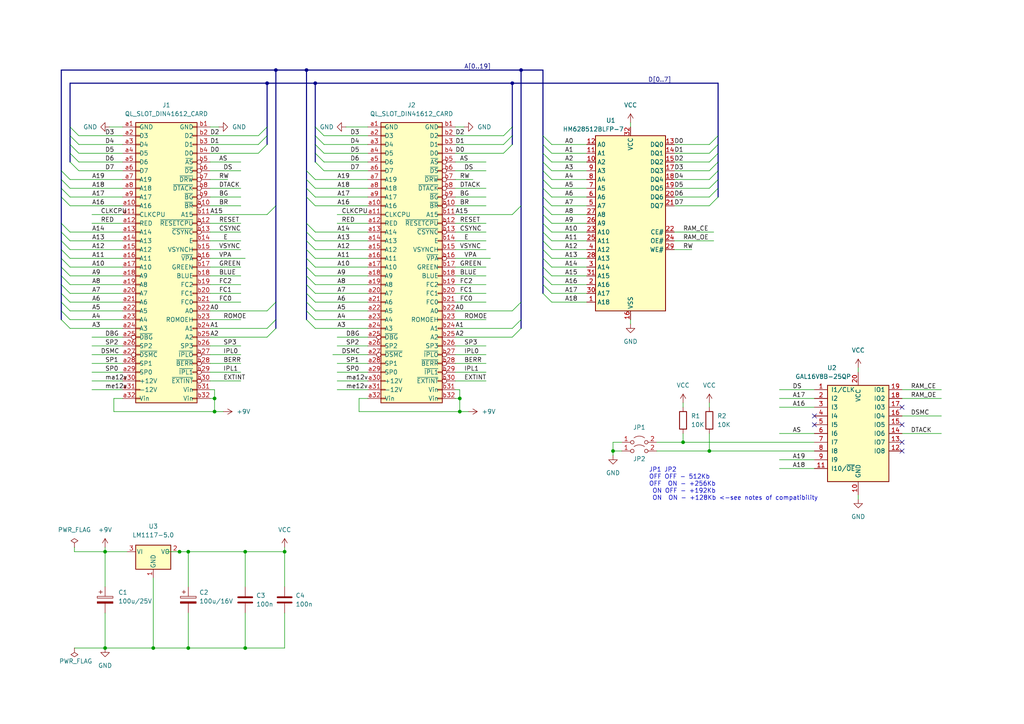
<source format=kicad_sch>
(kicad_sch (version 20231120) (generator "eeschema") (generator_version "8.0")
  (paper "A4")
  (title_block (title "External Expansion 512Kb memory for Sinclair QL") (date "2023-12-26") (rev "0,2") (company "(C) 2022 Alvaro Alea Fdz") (comment 1 "https://ohwr.org/cern_ohl_s_v2.txt") (comment 2 "CERN Open Hardware Licence Version 2 - Strongly Reciprocal") (comment 3 "Under License"))
  (lib_symbols
    (symbol "8bits:QL_SLOT_DIN41612" (pin_names (offset 1.016))
      (property "Reference" "J" (at 1.27 40.64 0))
      (property "Value" "QL_SLOT_DIN41612" (at 1.27 -43.18 0))
      (symbol "QL_SLOT_DIN41612_1_1"
        (rectangle (start -8.89 -40.513) (end -7.62 -40.767) (stroke (width 0.1524)))
        (rectangle (start -8.89 -37.973) (end -7.62 -38.227) (stroke (width 0.1524)))
        (rectangle (start -8.89 -35.433) (end -7.62 -35.687) (stroke (width 0.1524)))
        (rectangle (start -8.89 -32.893) (end -7.62 -33.147) (stroke (width 0.1524)))
        (rectangle (start -8.89 -30.353) (end -7.62 -30.607) (stroke (width 0.1524)))
        (rectangle (start -8.89 -27.813) (end -7.62 -28.067) (stroke (width 0.1524)))
        (rectangle (start -8.89 -25.273) (end -7.62 -25.527) (stroke (width 0.1524)))
        (rectangle (start -8.89 -22.733) (end -7.62 -22.987) (stroke (width 0.1524)))
        (rectangle (start -8.89 -20.193) (end -7.62 -20.447) (stroke (width 0.1524)))
        (rectangle (start -8.89 -17.653) (end -7.62 -17.907) (stroke (width 0.1524)))
        (rectangle (start -8.89 -15.113) (end -7.62 -15.367) (stroke (width 0.1524)))
        (rectangle (start -8.89 -12.573) (end -7.62 -12.827) (stroke (width 0.1524)))
        (rectangle (start -8.89 -10.033) (end -7.62 -10.287) (stroke (width 0.1524)))
        (rectangle (start -8.89 -7.493) (end -7.62 -7.747) (stroke (width 0.1524)))
        (rectangle (start -8.89 -4.953) (end -7.62 -5.207) (stroke (width 0.1524)))
        (rectangle (start -8.89 -2.413) (end -7.62 -2.667) (stroke (width 0.1524)))
        (rectangle (start -8.89 0.127) (end -7.62 -0.127) (stroke (width 0.1524)))
        (rectangle (start -8.89 2.667) (end -7.62 2.413) (stroke (width 0.1524)))
        (rectangle (start -8.89 5.207) (end -7.62 4.953) (stroke (width 0.1524)))
        (rectangle (start -8.89 7.747) (end -7.62 7.493) (stroke (width 0.1524)))
        (rectangle (start -8.89 10.287) (end -7.62 10.033) (stroke (width 0.1524)))
        (rectangle (start -8.89 12.827) (end -7.62 12.573) (stroke (width 0.1524)))
        (rectangle (start -8.89 15.367) (end -7.62 15.113) (stroke (width 0.1524)))
        (rectangle (start -8.89 17.907) (end -7.62 17.653) (stroke (width 0.1524)))
        (rectangle (start -8.89 20.447) (end -7.62 20.193) (stroke (width 0.1524)))
        (rectangle (start -8.89 22.987) (end -7.62 22.733) (stroke (width 0.1524)))
        (rectangle (start -8.89 25.527) (end -7.62 25.273) (stroke (width 0.1524)))
        (rectangle (start -8.89 28.067) (end -7.62 27.813) (stroke (width 0.1524)))
        (rectangle (start -8.89 30.607) (end -7.62 30.353) (stroke (width 0.1524)))
        (rectangle (start -8.89 33.147) (end -7.62 32.893) (stroke (width 0.1524)))
        (rectangle (start -8.89 35.687) (end -7.62 35.433) (stroke (width 0.1524)))
        (rectangle (start -8.89 38.227) (end -7.62 37.973) (stroke (width 0.1524)))
        (rectangle (start -8.89 39.37) (end 8.89 -41.91) (stroke (width 0.254)) (fill (type background)))
        (rectangle (start 8.89 -40.513) (end 7.62 -40.767) (stroke (width 0.1524)))
        (rectangle (start 8.89 -37.973) (end 7.62 -38.227) (stroke (width 0.1524)))
        (rectangle (start 8.89 -35.433) (end 7.62 -35.687) (stroke (width 0.1524)))
        (rectangle (start 8.89 -32.893) (end 7.62 -33.147) (stroke (width 0.1524)))
        (rectangle (start 8.89 -30.353) (end 7.62 -30.607) (stroke (width 0.1524)))
        (rectangle (start 8.89 -27.813) (end 7.62 -28.067) (stroke (width 0.1524)))
        (rectangle (start 8.89 -25.273) (end 7.62 -25.527) (stroke (width 0.1524)))
        (rectangle (start 8.89 -22.733) (end 7.62 -22.987) (stroke (width 0.1524)))
        (rectangle (start 8.89 -20.193) (end 7.62 -20.447) (stroke (width 0.1524)))
        (rectangle (start 8.89 -17.653) (end 7.62 -17.907) (stroke (width 0.1524)))
        (rectangle (start 8.89 -15.113) (end 7.62 -15.367) (stroke (width 0.1524)))
        (rectangle (start 8.89 -12.573) (end 7.62 -12.827) (stroke (width 0.1524)))
        (rectangle (start 8.89 -10.033) (end 7.62 -10.287) (stroke (width 0.1524)))
        (rectangle (start 8.89 -7.493) (end 7.62 -7.747) (stroke (width 0.1524)))
        (rectangle (start 8.89 -4.953) (end 7.62 -5.207) (stroke (width 0.1524)))
        (rectangle (start 8.89 -2.413) (end 7.62 -2.667) (stroke (width 0.1524)))
        (rectangle (start 8.89 0.127) (end 7.62 -0.127) (stroke (width 0.1524)))
        (rectangle (start 8.89 2.667) (end 7.62 2.413) (stroke (width 0.1524)))
        (rectangle (start 8.89 5.207) (end 7.62 4.953) (stroke (width 0.1524)))
        (rectangle (start 8.89 7.747) (end 7.62 7.493) (stroke (width 0.1524)))
        (rectangle (start 8.89 10.287) (end 7.62 10.033) (stroke (width 0.1524)))
        (rectangle (start 8.89 12.827) (end 7.62 12.573) (stroke (width 0.1524)))
        (rectangle (start 8.89 15.367) (end 7.62 15.113) (stroke (width 0.1524)))
        (rectangle (start 8.89 17.907) (end 7.62 17.653) (stroke (width 0.1524)))
        (rectangle (start 8.89 20.447) (end 7.62 20.193) (stroke (width 0.1524)))
        (rectangle (start 8.89 22.987) (end 7.62 22.733) (stroke (width 0.1524)))
        (rectangle (start 8.89 25.527) (end 7.62 25.273) (stroke (width 0.1524)))
        (rectangle (start 8.89 28.067) (end 7.62 27.813) (stroke (width 0.1524)))
        (rectangle (start 8.89 30.607) (end 7.62 30.353) (stroke (width 0.1524)))
        (rectangle (start 8.89 33.147) (end 7.62 32.893) (stroke (width 0.1524)))
        (rectangle (start 8.89 35.687) (end 7.62 35.433) (stroke (width 0.1524)))
        (rectangle (start 8.89 38.227) (end 7.62 37.973) (stroke (width 0.1524)))
        (pin passive line (at -12.7 38.1 0) (length 3.81) (name "GND") (number "a1"))
        (pin passive line (at -12.7 15.24 0) (length 3.81) (name "A16") (number "a10"))
        (pin passive line (at -12.7 12.7 0) (length 3.81) (name "CLKCPU") (number "a11"))
        (pin passive line (at -12.7 10.16 0) (length 3.81) (name "RED") (number "a12"))
        (pin passive line (at -12.7 7.62 0) (length 3.81) (name "A14") (number "a13"))
        (pin passive line (at -12.7 5.08 0) (length 3.81) (name "A13") (number "a14"))
        (pin passive line (at -12.7 2.54 0) (length 3.81) (name "A12") (number "a15"))
        (pin passive line (at -12.7 0 0) (length 3.81) (name "A11") (number "a16"))
        (pin passive line (at -12.7 -2.54 0) (length 3.81) (name "A10") (number "a17"))
        (pin passive line (at -12.7 -5.08 0) (length 3.81) (name "A9") (number "a18"))
        (pin passive line (at -12.7 -7.62 0) (length 3.81) (name "A8") (number "a19"))
        (pin bidirectional line (at -12.7 35.56 0) (length 3.81) (name "D3") (number "a2"))
        (pin passive line (at -12.7 -10.16 0) (length 3.81) (name "A7") (number "a20"))
        (pin passive line (at -12.7 -12.7 0) (length 3.81) (name "A6") (number "a21"))
        (pin passive line (at -12.7 -15.24 0) (length 3.81) (name "A5") (number "a22"))
        (pin passive line (at -12.7 -17.78 0) (length 3.81) (name "A4") (number "a23"))
        (pin passive line (at -12.7 -20.32 0) (length 3.81) (name "A3") (number "a24"))
        (pin passive inverted (at -12.7 -22.86 0) (length 3.81) (name "~{DBG}") (number "a25"))
        (pin passive line (at -12.7 -25.4 0) (length 3.81) (name "SP2") (number "a26"))
        (pin passive inverted (at -12.7 -27.94 0) (length 3.81) (name "~{DSMC}") (number "a27"))
        (pin passive line (at -12.7 -30.48 0) (length 3.81) (name "SP1") (number "a28"))
        (pin passive line (at -12.7 -33.02 0) (length 3.81) (name "SP0") (number "a29"))
        (pin bidirectional line (at -12.7 33.02 0) (length 3.81) (name "D4") (number "a3"))
        (pin passive line (at -12.7 -35.56 0) (length 3.81) (name "+12V") (number "a30"))
        (pin passive line (at -12.7 -38.1 0) (length 3.81) (name "-12V") (number "a31"))
        (pin passive line (at -12.7 -40.64 0) (length 3.81) (name "Vin") (number "a32"))
        (pin bidirectional line (at -12.7 30.48 0) (length 3.81) (name "D5") (number "a4"))
        (pin bidirectional line (at -12.7 27.94 0) (length 3.81) (name "D6") (number "a5"))
        (pin bidirectional line (at -12.7 25.4 0) (length 3.81) (name "D7") (number "a6"))
        (pin passive line (at -12.7 22.86 0) (length 3.81) (name "A19") (number "a7"))
        (pin passive line (at -12.7 20.32 0) (length 3.81) (name "A18") (number "a8"))
        (pin passive line (at -12.7 17.78 0) (length 3.81) (name "A17") (number "a9"))
        (pin passive line (at 12.7 38.1 180) (length 3.81) (name "GND") (number "b1"))
        (pin passive inverted (at 12.7 15.24 180) (length 3.81) (name "~{BR}") (number "b10"))
        (pin passive line (at 12.7 12.7 180) (length 3.81) (name "A15") (number "b11"))
        (pin passive inverted (at 12.7 10.16 180) (length 3.81) (name "~{RESETCPU}") (number "b12"))
        (pin passive inverted (at 12.7 7.62 180) (length 3.81) (name "~{CSYNC}") (number "b13"))
        (pin passive line (at 12.7 5.08 180) (length 3.81) (name "E") (number "b14"))
        (pin passive line (at 12.7 2.54 180) (length 3.81) (name "VSYNCH") (number "b15"))
        (pin passive inverted (at 12.7 0 180) (length 3.81) (name "~{VPA}") (number "b16"))
        (pin passive line (at 12.7 -2.54 180) (length 3.81) (name "GREEN") (number "b17"))
        (pin passive line (at 12.7 -5.08 180) (length 3.81) (name "BLUE") (number "b18"))
        (pin passive line (at 12.7 -7.62 180) (length 3.81) (name "FC2") (number "b19"))
        (pin bidirectional line (at 12.7 35.56 180) (length 3.81) (name "D2") (number "b2"))
        (pin passive line (at 12.7 -10.16 180) (length 3.81) (name "FC1") (number "b20"))
        (pin passive line (at 12.7 -12.7 180) (length 3.81) (name "FC0") (number "b21"))
        (pin passive line (at 12.7 -15.24 180) (length 3.81) (name "A0") (number "b22"))
        (pin passive line (at 12.7 -17.78 180) (length 3.81) (name "ROMOEH") (number "b23"))
        (pin passive line (at 12.7 -20.32 180) (length 3.81) (name "A1") (number "b24"))
        (pin passive line (at 12.7 -22.86 180) (length 3.81) (name "A2") (number "b25"))
        (pin passive line (at 12.7 -25.4 180) (length 3.81) (name "SP3") (number "b26"))
        (pin passive inverted (at 12.7 -27.94 180) (length 3.81) (name "~{IPLO}") (number "b27"))
        (pin passive inverted (at 12.7 -30.48 180) (length 3.81) (name "~{BERR}") (number "b28"))
        (pin passive inverted (at 12.7 -33.02 180) (length 3.81) (name "~{IPL1}") (number "b29"))
        (pin bidirectional line (at 12.7 33.02 180) (length 3.81) (name "D1") (number "b3"))
        (pin passive inverted (at 12.7 -35.56 180) (length 3.81) (name "~{EXTINT}") (number "b30"))
        (pin passive line (at 12.7 -38.1 180) (length 3.81) (name "Vin") (number "b31"))
        (pin passive line (at 12.7 -40.64 180) (length 3.81) (name "Vin") (number "b32"))
        (pin bidirectional line (at 12.7 30.48 180) (length 3.81) (name "D0") (number "b4"))
        (pin passive inverted (at 12.7 27.94 180) (length 3.81) (name "~{AS}") (number "b5"))
        (pin passive inverted (at 12.7 25.4 180) (length 3.81) (name "~{DS}") (number "b6"))
        (pin passive inverted (at 12.7 22.86 180) (length 3.81) (name "~{DRW}") (number "b7"))
        (pin passive inverted (at 12.7 20.32 180) (length 3.81) (name "~{DTACK}") (number "b8"))
        (pin passive inverted (at 12.7 17.78 180) (length 3.81) (name "~{BG}") (number "b9"))
      )
    )
    (symbol "Device:C" (pin_numbers hide) (pin_names (offset 0.254))
      (property "Reference" "C" (at 0.635 2.54 0))
      (property "Value" "C" (at 0.635 -2.54 0))
      (symbol "C_0_1"
        (polyline (pts (xy -2.032 -0.762) (xy 2.032 -0.762)) (stroke (width 0.508)))
        (polyline (pts (xy -2.032 0.762) (xy 2.032 0.762)) (stroke (width 0.508)))
      )
      (symbol "C_1_1"
        (pin passive line (at 0 3.81 270) (length 2.794) (name "~") (number "1"))
        (pin passive line (at 0 -3.81 90) (length 2.794) (name "~") (number "2"))
      )
    )
    (symbol "Device:C_Polarized" (pin_numbers hide) (pin_names (offset 0.254))
      (property "Reference" "C" (at 0.635 2.54 0))
      (property "Value" "C_Polarized" (at 0.635 -2.54 0))
      (symbol "C_Polarized_0_1"
        (rectangle (start -2.286 0.508) (end 2.286 1.016))
        (polyline (pts (xy -1.778 2.286) (xy -0.762 2.286)))
        (polyline (pts (xy -1.27 2.794) (xy -1.27 1.778)))
        (rectangle (start 2.286 -0.508) (end -2.286 -1.016) (fill (type outline)))
      )
      (symbol "C_Polarized_1_1"
        (pin passive line (at 0 3.81 270) (length 2.794) (name "~") (number "1"))
        (pin passive line (at 0 -3.81 90) (length 2.794) (name "~") (number "2"))
      )
    )
    (symbol "Device:R" (pin_numbers hide) (pin_names (offset 0))
      (property "Reference" "R" (at 2.032 0 90))
      (property "Value" "R" (at 0 0 90))
      (symbol "R_0_1"
        (rectangle (start -1.016 -2.54) (end 1.016 2.54) (stroke (width 0.254)))
      )
      (symbol "R_1_1"
        (pin passive line (at 0 3.81 270) (length 1.27) (name "~") (number "1"))
        (pin passive line (at 0 -3.81 90) (length 1.27) (name "~") (number "2"))
      )
    )
    (symbol "Jumper:Jumper_2_Open" (pin_names (offset 0) hide)
      (property "Reference" "JP" (at 0 2.794 0))
      (property "Value" "Jumper_2_Open" (at 0 -2.286 0))
      (symbol "Jumper_2_Open_0_0"
        (circle (center -2.032 0) (radius 0.508))
        (circle (center 2.032 0) (radius 0.508))
      )
      (symbol "Jumper_2_Open_0_1"
        (arc (start 1.524 1.27) (mid 0 1.778) (end -1.524 1.27))
      )
      (symbol "Jumper_2_Open_1_1"
        (pin passive line (at -5.08 0 0) (length 2.54) (name "A") (number "1"))
        (pin passive line (at 5.08 0 180) (length 2.54) (name "B") (number "2"))
      )
    )
    (symbol "Logic_Programmable:GAL16V8" (pin_names (offset 1.016))
      (property "Reference" "U" (at -8.89 16.51 0))
      (property "Value" "GAL16V8" (at 1.27 16.51 0))
      (symbol "GAL16V8_0_0"
        (pin power_in line (at 0 -17.78 90) (length 3.81) (name "GND") (number "10"))
        (pin power_in line (at 0 17.78 270) (length 3.81) (name "VCC") (number "20"))
      )
      (symbol "GAL16V8_0_1"
        (rectangle (start -8.89 13.97) (end 8.89 -13.97) (stroke (width 0.254)) (fill (type background)))
      )
      (symbol "GAL16V8_1_1"
        (pin input line (at -12.7 12.7 0) (length 3.81) (name "I1/CLK") (number "1"))
        (pin input line (at -12.7 -10.16 0) (length 3.81) (name "I10/~{OE}") (number "11"))
        (pin tri_state line (at 12.7 -5.08 180) (length 3.81) (name "IO8") (number "12"))
        (pin tri_state line (at 12.7 -2.54 180) (length 3.81) (name "IO7") (number "13"))
        (pin tri_state line (at 12.7 0 180) (length 3.81) (name "IO6") (number "14"))
        (pin tri_state line (at 12.7 2.54 180) (length 3.81) (name "IO5") (number "15"))
        (pin tri_state line (at 12.7 5.08 180) (length 3.81) (name "IO4") (number "16"))
        (pin tri_state line (at 12.7 7.62 180) (length 3.81) (name "I03") (number "17"))
        (pin tri_state line (at 12.7 10.16 180) (length 3.81) (name "IO2") (number "18"))
        (pin tri_state line (at 12.7 12.7 180) (length 3.81) (name "IO1") (number "19"))
        (pin input line (at -12.7 10.16 0) (length 3.81) (name "I2") (number "2"))
        (pin input line (at -12.7 7.62 0) (length 3.81) (name "I3") (number "3"))
        (pin input line (at -12.7 5.08 0) (length 3.81) (name "I4") (number "4"))
        (pin input line (at -12.7 2.54 0) (length 3.81) (name "I5") (number "5"))
        (pin input line (at -12.7 0 0) (length 3.81) (name "I6") (number "6"))
        (pin input line (at -12.7 -2.54 0) (length 3.81) (name "I7") (number "7"))
        (pin input line (at -12.7 -5.08 0) (length 3.81) (name "I8") (number "8"))
        (pin input line (at -12.7 -7.62 0) (length 3.81) (name "I9") (number "9"))
      )
    )
    (symbol "Memory_RAM:AS6C4008-55PCN"
      (property "Reference" "U" (at -10.16 26.035 0))
      (property "Value" "AS6C4008-55PCN" (at 2.54 26.035 0))
      (symbol "AS6C4008-55PCN_0_0"
        (pin power_in line (at 0 -27.94 90) (length 2.54) (name "VSS") (number "16"))
        (pin power_in line (at 0 27.94 270) (length 2.54) (name "VCC") (number "32"))
      )
      (symbol "AS6C4008-55PCN_0_1"
        (rectangle (start -10.16 25.4) (end 10.16 -25.4) (stroke (width 0.254)) (fill (type background)))
      )
      (symbol "AS6C4008-55PCN_1_1"
        (pin input line (at -12.7 -22.86 0) (length 2.54) (name "A18") (number "1"))
        (pin input line (at -12.7 17.78 0) (length 2.54) (name "A2") (number "10"))
        (pin input line (at -12.7 20.32 0) (length 2.54) (name "A1") (number "11"))
        (pin input line (at -12.7 22.86 0) (length 2.54) (name "A0") (number "12"))
        (pin tri_state line (at 12.7 22.86 180) (length 2.54) (name "DQ0") (number "13"))
        (pin tri_state line (at 12.7 20.32 180) (length 2.54) (name "DQ1") (number "14"))
        (pin tri_state line (at 12.7 17.78 180) (length 2.54) (name "DQ2") (number "15"))
        (pin tri_state line (at 12.7 15.24 180) (length 2.54) (name "DQ3") (number "17"))
        (pin tri_state line (at 12.7 12.7 180) (length 2.54) (name "DQ4") (number "18"))
        (pin tri_state line (at 12.7 10.16 180) (length 2.54) (name "DQ5") (number "19"))
        (pin input line (at -12.7 -17.78 0) (length 2.54) (name "A16") (number "2"))
        (pin tri_state line (at 12.7 7.62 180) (length 2.54) (name "DQ6") (number "20"))
        (pin tri_state line (at 12.7 5.08 180) (length 2.54) (name "DQ7") (number "21"))
        (pin input line (at 12.7 -2.54 180) (length 2.54) (name "CE#") (number "22"))
        (pin input line (at -12.7 -2.54 0) (length 2.54) (name "A10") (number "23"))
        (pin input line (at 12.7 -5.08 180) (length 2.54) (name "OE#") (number "24"))
        (pin input line (at -12.7 -5.08 0) (length 2.54) (name "A11") (number "25"))
        (pin input line (at -12.7 0 0) (length 2.54) (name "A9") (number "26"))
        (pin input line (at -12.7 2.54 0) (length 2.54) (name "A8") (number "27"))
        (pin input line (at -12.7 -10.16 0) (length 2.54) (name "A13") (number "28"))
        (pin input line (at 12.7 -7.62 180) (length 2.54) (name "WE#") (number "29"))
        (pin input line (at -12.7 -12.7 0) (length 2.54) (name "A14") (number "3"))
        (pin input line (at -12.7 -20.32 0) (length 2.54) (name "A17") (number "30"))
        (pin input line (at -12.7 -15.24 0) (length 2.54) (name "A15") (number "31"))
        (pin input line (at -12.7 -7.62 0) (length 2.54) (name "A12") (number "4"))
        (pin input line (at -12.7 5.08 0) (length 2.54) (name "A7") (number "5"))
        (pin input line (at -12.7 7.62 0) (length 2.54) (name "A6") (number "6"))
        (pin input line (at -12.7 10.16 0) (length 2.54) (name "A5") (number "7"))
        (pin input line (at -12.7 12.7 0) (length 2.54) (name "A4") (number "8"))
        (pin input line (at -12.7 15.24 0) (length 2.54) (name "A3") (number "9"))
      )
    )
    (symbol "Regulator_Linear:LM1117-5.0" (pin_names (offset 0.254))
      (property "Reference" "U" (at -3.81 3.175 0))
      (property "Value" "LM1117-5.0" (at 0 3.175 0))
      (symbol "LM1117-5.0_0_1"
        (rectangle (start -5.08 -5.08) (end 5.08 1.905) (stroke (width 0.254)) (fill (type background)))
      )
      (symbol "LM1117-5.0_1_1"
        (pin power_in line (at 0 -7.62 90) (length 2.54) (name "GND") (number "1"))
        (pin power_out line (at 7.62 0 180) (length 2.54) (name "VO") (number "2"))
        (pin power_in line (at -7.62 0 0) (length 2.54) (name "VI") (number "3"))
      )
    )
    (symbol "power:+9V" (power) (pin_names (offset 0))
      (property "Value" "+9V" (at 0 3.556 0))
      (symbol "+9V_0_1"
        (polyline (pts (xy -0.762 1.27) (xy 0 2.54)))
        (polyline (pts (xy 0 0) (xy 0 2.54)))
        (polyline (pts (xy 0 2.54) (xy 0.762 1.27)))
      )
      (symbol "+9V_1_1"
        (pin power_in line (at 0 0 90) (length 0) hide (name "+9V") (number "1"))
      )
    )
    (symbol "power:GND" (power) (pin_names (offset 0))
      (property "Value" "GND" (at 0 -3.81 0))
      (symbol "GND_0_1"
        (polyline (pts (xy 0 0) (xy 0 -1.27) (xy 1.27 -1.27) (xy 0 -2.54) (xy -1.27 -1.27) (xy 0 -1.27)))
      )
      (symbol "GND_1_1"
        (pin power_in line (at 0 0 270) (length 0) hide (name "GND") (number "1"))
      )
    )
    (symbol "power:PWR_FLAG" (power) (pin_numbers hide) (pin_names (offset 0) hide)
      (property "Value" "PWR_FLAG" (at 0 3.81 0))
      (symbol "PWR_FLAG_0_0"
        (pin power_out line (at 0 0 90) (length 0) (name "pwr") (number "1"))
      )
      (symbol "PWR_FLAG_0_1"
        (polyline (pts (xy 0 0) (xy 0 1.27) (xy -1.016 1.905) (xy 0 2.54) (xy 1.016 1.905) (xy 0 1.27)))
      )
    )
    (symbol "power:VCC" (power) (pin_names (offset 0))
      (property "Value" "VCC" (at 0 3.81 0))
      (symbol "VCC_0_1"
        (polyline (pts (xy -0.762 1.27) (xy 0 2.54)))
        (polyline (pts (xy 0 0) (xy 0 2.54)))
        (polyline (pts (xy 0 2.54) (xy 0.762 1.27)))
      )
      (symbol "VCC_1_1"
        (pin power_in line (at 0 0 90) (length 0) hide (name "VCC") (number "1"))
      )
    )
  )
  (junction (at 198.12 128.27))
  (junction (at 151.13 20.32))
  (junction (at 71.12 187.96))
  (junction (at 88.9 20.32))
  (junction (at 148.59 24.13))
  (junction (at 71.12 160.02))
  (junction (at 177.8 130.81))
  (junction (at 133.35 119.38))
  (junction (at 44.45 187.96))
  (junction (at 54.61 187.96))
  (junction (at 80.01 20.32))
  (junction (at 133.35 115.57))
  (junction (at 62.23 119.38))
  (junction (at 91.44 24.13))
  (junction (at 52.07 160.02))
  (junction (at 62.23 115.57))
  (junction (at 77.47 24.13))
  (junction (at 82.55 160.02))
  (junction (at 30.48 187.96))
  (junction (at 30.48 160.02))
  (junction (at 54.61 160.02))
  (junction (at 205.74 130.81))
  (no_connect (at 236.22 120.65))
  (no_connect (at 236.22 123.19))
  (no_connect (at 261.62 118.11))
  (no_connect (at 261.62 123.19))
  (no_connect (at 261.62 128.27))
  (no_connect (at 261.62 130.81))
  (bus_entry (at 208.28 46.99) (size -2.54 2.54))
  (bus_entry (at 151.13 95.25) (size -2.54 2.54))
  (bus_entry (at 157.48 80.01) (size 2.54 2.54))
  (bus_entry (at 88.9 80.01) (size 2.54 2.54))
  (bus_entry (at 77.47 41.91) (size -2.54 2.54))
  (bus_entry (at 157.48 52.07) (size 2.54 2.54))
  (bus_entry (at 88.9 74.93) (size 2.54 2.54))
  (bus_entry (at 151.13 92.71) (size -2.54 2.54))
  (bus_entry (at 17.78 69.85) (size 2.54 2.54))
  (bus_entry (at 80.01 59.69) (size -2.54 2.54))
  (bus_entry (at 157.48 59.69) (size 2.54 2.54))
  (bus_entry (at 17.78 57.15) (size 2.54 2.54))
  (bus_entry (at 91.44 41.91) (size 2.54 2.54))
  (bus_entry (at 157.48 77.47) (size 2.54 2.54))
  (bus_entry (at 88.9 90.17) (size 2.54 2.54))
  (bus_entry (at 208.28 39.37) (size -2.54 2.54))
  (bus_entry (at 17.78 67.31) (size 2.54 2.54))
  (bus_entry (at 17.78 77.47) (size 2.54 2.54))
  (bus_entry (at 157.48 41.91) (size 2.54 2.54))
  (bus_entry (at 91.44 44.45) (size 2.54 2.54))
  (bus_entry (at 88.9 87.63) (size 2.54 2.54))
  (bus_entry (at 88.9 92.71) (size 2.54 2.54))
  (bus_entry (at 157.48 69.85) (size 2.54 2.54))
  (bus_entry (at 157.48 46.99) (size 2.54 2.54))
  (bus_entry (at 17.78 85.09) (size 2.54 2.54))
  (bus_entry (at 157.48 49.53) (size 2.54 2.54))
  (bus_entry (at 91.44 39.37) (size 2.54 2.54))
  (bus_entry (at 157.48 39.37) (size 2.54 2.54))
  (bus_entry (at 17.78 54.61) (size 2.54 2.54))
  (bus_entry (at 80.01 92.71) (size -2.54 2.54))
  (bus_entry (at 88.9 67.31) (size 2.54 2.54))
  (bus_entry (at 91.44 46.99) (size 2.54 2.54))
  (bus_entry (at 91.44 36.83) (size 2.54 2.54))
  (bus_entry (at 148.59 36.83) (size -2.54 2.54))
  (bus_entry (at 88.9 49.53) (size 2.54 2.54))
  (bus_entry (at 20.32 44.45) (size 2.54 2.54))
  (bus_entry (at 17.78 64.77) (size 2.54 2.54))
  (bus_entry (at 208.28 52.07) (size -2.54 2.54))
  (bus_entry (at 157.48 54.61) (size 2.54 2.54))
  (bus_entry (at 208.28 41.91) (size -2.54 2.54))
  (bus_entry (at 88.9 85.09) (size 2.54 2.54))
  (bus_entry (at 157.48 82.55) (size 2.54 2.54))
  (bus_entry (at 88.9 64.77) (size 2.54 2.54))
  (bus_entry (at 77.47 39.37) (size -2.54 2.54))
  (bus_entry (at 88.9 77.47) (size 2.54 2.54))
  (bus_entry (at 17.78 49.53) (size 2.54 2.54))
  (bus_entry (at 20.32 41.91) (size 2.54 2.54))
  (bus_entry (at 151.13 87.63) (size -2.54 2.54))
  (bus_entry (at 208.28 49.53) (size -2.54 2.54))
  (bus_entry (at 17.78 82.55) (size 2.54 2.54))
  (bus_entry (at 208.28 57.15) (size -2.54 2.54))
  (bus_entry (at 17.78 80.01) (size 2.54 2.54))
  (bus_entry (at 151.13 59.69) (size -2.54 2.54))
  (bus_entry (at 157.48 72.39) (size 2.54 2.54))
  (bus_entry (at 17.78 52.07) (size 2.54 2.54))
  (bus_entry (at 17.78 72.39) (size 2.54 2.54))
  (bus_entry (at 88.9 72.39) (size 2.54 2.54))
  (bus_entry (at 88.9 69.85) (size 2.54 2.54))
  (bus_entry (at 208.28 44.45) (size -2.54 2.54))
  (bus_entry (at 157.48 85.09) (size 2.54 2.54))
  (bus_entry (at 80.01 87.63) (size -2.54 2.54))
  (bus_entry (at 17.78 92.71) (size 2.54 2.54))
  (bus_entry (at 157.48 64.77) (size 2.54 2.54))
  (bus_entry (at 157.48 74.93) (size 2.54 2.54))
  (bus_entry (at 77.47 36.83) (size -2.54 2.54))
  (bus_entry (at 157.48 57.15) (size 2.54 2.54))
  (bus_entry (at 88.9 54.61) (size 2.54 2.54))
  (bus_entry (at 20.32 46.99) (size 2.54 2.54))
  (bus_entry (at 148.59 41.91) (size -2.54 2.54))
  (bus_entry (at 88.9 82.55) (size 2.54 2.54))
  (bus_entry (at 17.78 90.17) (size 2.54 2.54))
  (bus_entry (at 17.78 87.63) (size 2.54 2.54))
  (bus_entry (at 20.32 39.37) (size 2.54 2.54))
  (bus_entry (at 88.9 57.15) (size 2.54 2.54))
  (bus_entry (at 208.28 54.61) (size -2.54 2.54))
  (bus_entry (at 157.48 67.31) (size 2.54 2.54))
  (bus_entry (at 148.59 39.37) (size -2.54 2.54))
  (bus_entry (at 88.9 52.07) (size 2.54 2.54))
  (bus_entry (at 157.48 62.23) (size 2.54 2.54))
  (bus_entry (at 17.78 74.93) (size 2.54 2.54))
  (bus_entry (at 157.48 44.45) (size 2.54 2.54))
  (bus_entry (at 80.01 95.25) (size -2.54 2.54))
  (bus_entry (at 20.32 36.83) (size 2.54 2.54))
  (bus (pts (xy 17.78 90.17) (xy 17.78 92.71)))
  (wire (pts (xy 261.62 113.03) (xy 273.05 113.03)))
  (wire (pts (xy 26.67 107.95) (xy 35.56 107.95)))
  (bus (pts (xy 88.9 80.01) (xy 88.9 82.55)))
  (wire (pts (xy 205.74 125.73) (xy 205.74 130.81)))
  (wire (pts (xy 182.88 92.71) (xy 182.88 93.98)))
  (wire (pts (xy 132.08 97.79) (xy 148.59 97.79)))
  (wire (pts (xy 195.58 41.91) (xy 205.74 41.91)))
  (bus (pts (xy 157.48 49.53) (xy 157.48 52.07)))
  (wire (pts (xy 91.44 82.55) (xy 106.68 82.55)))
  (bus (pts (xy 208.28 46.99) (xy 208.28 49.53)))
  (bus (pts (xy 88.9 54.61) (xy 88.9 57.15)))
  (wire (pts (xy 82.55 160.02) (xy 82.55 170.18)))
  (bus (pts (xy 91.44 41.91) (xy 91.44 44.45)))
  (wire (pts (xy 248.92 106.68) (xy 248.92 107.95)))
  (wire (pts (xy 132.08 41.91) (xy 146.05 41.91)))
  (wire (pts (xy 60.96 49.53) (xy 69.85 49.53)))
  (wire (pts (xy 160.02 52.07) (xy 170.18 52.07)))
  (wire (pts (xy 261.62 125.73) (xy 273.05 125.73)))
  (bus (pts (xy 157.48 44.45) (xy 157.48 46.99)))
  (wire (pts (xy 20.32 54.61) (xy 35.56 54.61)))
  (wire (pts (xy 226.06 113.03) (xy 236.22 113.03)))
  (bus (pts (xy 88.9 74.93) (xy 88.9 77.47)))
  (bus (pts (xy 151.13 59.69) (xy 151.13 87.63)))
  (wire (pts (xy 160.02 87.63) (xy 170.18 87.63)))
  (wire (pts (xy 33.02 115.57) (xy 33.02 119.38)))
  (bus (pts (xy 88.9 87.63) (xy 88.9 90.17)))
  (bus (pts (xy 151.13 92.71) (xy 151.13 95.25)))
  (wire (pts (xy 60.96 87.63) (xy 69.85 87.63)))
  (wire (pts (xy 160.02 62.23) (xy 170.18 62.23)))
  (wire (pts (xy 62.23 115.57) (xy 62.23 113.03)))
  (wire (pts (xy 226.06 118.11) (xy 236.22 118.11)))
  (wire (pts (xy 60.96 69.85) (xy 69.85 69.85)))
  (wire (pts (xy 91.44 80.01) (xy 106.68 80.01)))
  (bus (pts (xy 151.13 20.32) (xy 157.48 20.32)))
  (wire (pts (xy 20.32 87.63) (xy 35.56 87.63)))
  (wire (pts (xy 160.02 46.99) (xy 170.18 46.99)))
  (wire (pts (xy 60.96 57.15) (xy 69.85 57.15)))
  (wire (pts (xy 195.58 54.61) (xy 205.74 54.61)))
  (bus (pts (xy 208.28 44.45) (xy 208.28 46.99)))
  (bus (pts (xy 88.9 67.31) (xy 88.9 69.85)))
  (wire (pts (xy 60.96 100.33) (xy 69.85 100.33)))
  (wire (pts (xy 93.98 49.53) (xy 106.68 49.53)))
  (bus (pts (xy 157.48 20.32) (xy 157.48 39.37)))
  (wire (pts (xy 160.02 64.77) (xy 170.18 64.77)))
  (wire (pts (xy 132.08 95.25) (xy 148.59 95.25)))
  (wire (pts (xy 54.61 177.8) (xy 54.61 187.96)))
  (wire (pts (xy 132.08 49.53) (xy 140.97 49.53)))
  (bus (pts (xy 17.78 20.32) (xy 80.01 20.32)))
  (wire (pts (xy 21.59 187.96) (xy 30.48 187.96)))
  (bus (pts (xy 80.01 92.71) (xy 80.01 95.25)))
  (wire (pts (xy 60.96 39.37) (xy 74.93 39.37)))
  (wire (pts (xy 20.32 72.39) (xy 35.56 72.39)))
  (wire (pts (xy 30.48 160.02) (xy 21.59 160.02)))
  (bus (pts (xy 17.78 49.53) (xy 17.78 52.07)))
  (bus (pts (xy 208.28 52.07) (xy 208.28 54.61)))
  (wire (pts (xy 132.08 72.39) (xy 140.97 72.39)))
  (wire (pts (xy 26.67 64.77) (xy 35.56 64.77)))
  (wire (pts (xy 60.96 110.49) (xy 69.85 110.49)))
  (wire (pts (xy 195.58 44.45) (xy 205.74 44.45)))
  (wire (pts (xy 132.08 44.45) (xy 146.05 44.45)))
  (wire (pts (xy 93.98 39.37) (xy 106.68 39.37)))
  (wire (pts (xy 132.08 90.17) (xy 148.59 90.17)))
  (bus (pts (xy 208.28 41.91) (xy 208.28 44.45)))
  (wire (pts (xy 132.08 57.15) (xy 140.97 57.15)))
  (wire (pts (xy 226.06 135.89) (xy 236.22 135.89)))
  (bus (pts (xy 157.48 57.15) (xy 157.48 59.69)))
  (bus (pts (xy 91.44 39.37) (xy 91.44 41.91)))
  (wire (pts (xy 205.74 130.81) (xy 236.22 130.81)))
  (wire (pts (xy 97.79 105.41) (xy 106.68 105.41)))
  (wire (pts (xy 91.44 52.07) (xy 106.68 52.07)))
  (wire (pts (xy 132.08 100.33) (xy 140.97 100.33)))
  (wire (pts (xy 33.02 119.38) (xy 62.23 119.38)))
  (wire (pts (xy 195.58 69.85) (xy 207.01 69.85)))
  (bus (pts (xy 17.78 80.01) (xy 17.78 82.55)))
  (wire (pts (xy 30.48 158.75) (xy 30.48 160.02)))
  (wire (pts (xy 132.08 107.95) (xy 140.97 107.95)))
  (wire (pts (xy 91.44 90.17) (xy 106.68 90.17)))
  (wire (pts (xy 44.45 167.64) (xy 44.45 187.96)))
  (bus (pts (xy 208.28 54.61) (xy 208.28 57.15)))
  (wire (pts (xy 180.34 128.27) (xy 177.8 128.27)))
  (wire (pts (xy 160.02 69.85) (xy 170.18 69.85)))
  (bus (pts (xy 157.48 64.77) (xy 157.48 67.31)))
  (wire (pts (xy 60.96 72.39) (xy 69.85 72.39)))
  (wire (pts (xy 22.86 44.45) (xy 35.56 44.45)))
  (bus (pts (xy 157.48 39.37) (xy 157.48 41.91)))
  (wire (pts (xy 132.08 36.83) (xy 134.62 36.83)))
  (bus (pts (xy 148.59 39.37) (xy 148.59 41.91)))
  (wire (pts (xy 97.79 110.49) (xy 106.68 110.49)))
  (wire (pts (xy 20.32 92.71) (xy 35.56 92.71)))
  (bus (pts (xy 17.78 87.63) (xy 17.78 90.17)))
  (wire (pts (xy 60.96 64.77) (xy 69.85 64.77)))
  (bus (pts (xy 20.32 41.91) (xy 20.32 44.45)))
  (wire (pts (xy 133.35 119.38) (xy 135.89 119.38)))
  (wire (pts (xy 20.32 90.17) (xy 35.56 90.17)))
  (wire (pts (xy 21.59 158.75) (xy 21.59 160.02)))
  (wire (pts (xy 91.44 67.31) (xy 106.68 67.31)))
  (wire (pts (xy 132.08 69.85) (xy 140.97 69.85)))
  (wire (pts (xy 20.32 82.55) (xy 35.56 82.55)))
  (wire (pts (xy 160.02 44.45) (xy 170.18 44.45)))
  (wire (pts (xy 30.48 177.8) (xy 30.48 187.96)))
  (bus (pts (xy 17.78 67.31) (xy 17.78 69.85)))
  (wire (pts (xy 195.58 52.07) (xy 205.74 52.07)))
  (bus (pts (xy 157.48 82.55) (xy 157.48 85.09)))
  (wire (pts (xy 30.48 160.02) (xy 30.48 170.18)))
  (wire (pts (xy 198.12 128.27) (xy 236.22 128.27)))
  (wire (pts (xy 195.58 46.99) (xy 205.74 46.99)))
  (wire (pts (xy 195.58 72.39) (xy 200.66 72.39)))
  (wire (pts (xy 132.08 115.57) (xy 133.35 115.57)))
  (wire (pts (xy 60.96 77.47) (xy 69.85 77.47)))
  (wire (pts (xy 60.96 102.87) (xy 69.85 102.87)))
  (wire (pts (xy 160.02 67.31) (xy 170.18 67.31)))
  (wire (pts (xy 20.32 57.15) (xy 35.56 57.15)))
  (bus (pts (xy 88.9 85.09) (xy 88.9 87.63)))
  (wire (pts (xy 93.98 44.45) (xy 106.68 44.45)))
  (wire (pts (xy 22.86 49.53) (xy 35.56 49.53)))
  (wire (pts (xy 132.08 64.77) (xy 140.97 64.77)))
  (wire (pts (xy 160.02 49.53) (xy 170.18 49.53)))
  (wire (pts (xy 132.08 82.55) (xy 140.97 82.55)))
  (bus (pts (xy 20.32 44.45) (xy 20.32 46.99)))
  (bus (pts (xy 157.48 62.23) (xy 157.48 64.77)))
  (wire (pts (xy 132.08 105.41) (xy 140.97 105.41)))
  (wire (pts (xy 60.96 36.83) (xy 63.5 36.83)))
  (wire (pts (xy 26.67 113.03) (xy 35.56 113.03)))
  (wire (pts (xy 36.83 160.02) (xy 30.48 160.02)))
  (wire (pts (xy 91.44 74.93) (xy 106.68 74.93)))
  (bus (pts (xy 88.9 52.07) (xy 88.9 54.61)))
  (wire (pts (xy 91.44 95.25) (xy 106.68 95.25)))
  (wire (pts (xy 60.96 85.09) (xy 69.85 85.09)))
  (wire (pts (xy 52.07 160.02) (xy 54.61 160.02)))
  (wire (pts (xy 20.32 80.01) (xy 35.56 80.01)))
  (wire (pts (xy 26.67 102.87) (xy 35.56 102.87)))
  (wire (pts (xy 132.08 102.87) (xy 140.97 102.87)))
  (wire (pts (xy 26.67 100.33) (xy 35.56 100.33)))
  (wire (pts (xy 60.96 52.07) (xy 66.04 52.07)))
  (wire (pts (xy 44.45 187.96) (xy 54.61 187.96)))
  (wire (pts (xy 97.79 113.03) (xy 106.68 113.03)))
  (wire (pts (xy 62.23 113.03) (xy 60.96 113.03)))
  (wire (pts (xy 160.02 54.61) (xy 170.18 54.61)))
  (wire (pts (xy 132.08 87.63) (xy 140.97 87.63)))
  (bus (pts (xy 148.59 36.83) (xy 148.59 39.37)))
  (wire (pts (xy 20.32 74.93) (xy 35.56 74.93)))
  (wire (pts (xy 62.23 119.38) (xy 62.23 115.57)))
  (wire (pts (xy 54.61 160.02) (xy 54.61 170.18)))
  (wire (pts (xy 91.44 72.39) (xy 106.68 72.39)))
  (wire (pts (xy 132.08 62.23) (xy 148.59 62.23)))
  (bus (pts (xy 157.48 59.69) (xy 157.48 62.23)))
  (wire (pts (xy 91.44 57.15) (xy 106.68 57.15)))
  (bus (pts (xy 20.32 39.37) (xy 20.32 41.91)))
  (wire (pts (xy 104.14 115.57) (xy 104.14 119.38)))
  (wire (pts (xy 104.14 119.38) (xy 133.35 119.38)))
  (wire (pts (xy 106.68 115.57) (xy 104.14 115.57)))
  (wire (pts (xy 133.35 113.03) (xy 132.08 113.03)))
  (wire (pts (xy 133.35 115.57) (xy 133.35 113.03)))
  (wire (pts (xy 133.35 119.38) (xy 133.35 115.57)))
  (bus (pts (xy 17.78 72.39) (xy 17.78 74.93)))
  (bus (pts (xy 157.48 74.93) (xy 157.48 77.47)))
  (wire (pts (xy 20.32 69.85) (xy 35.56 69.85)))
  (bus (pts (xy 77.47 39.37) (xy 77.47 41.91)))
  (bus (pts (xy 17.78 64.77) (xy 17.78 67.31)))
  (bus (pts (xy 80.01 20.32) (xy 88.9 20.32)))
  (wire (pts (xy 160.02 57.15) (xy 170.18 57.15)))
  (bus (pts (xy 17.78 85.09) (xy 17.78 87.63)))
  (wire (pts (xy 91.44 69.85) (xy 106.68 69.85)))
  (wire (pts (xy 182.88 35.56) (xy 182.88 36.83)))
  (wire (pts (xy 160.02 41.91) (xy 170.18 41.91)))
  (bus (pts (xy 80.01 87.63) (xy 80.01 92.71)))
  (wire (pts (xy 26.67 97.79) (xy 35.56 97.79)))
  (wire (pts (xy 60.96 95.25) (xy 77.47 95.25)))
  (wire (pts (xy 132.08 54.61) (xy 140.97 54.61)))
  (wire (pts (xy 60.96 80.01) (xy 69.85 80.01)))
  (bus (pts (xy 17.78 57.15) (xy 17.78 64.77)))
  (wire (pts (xy 60.96 62.23) (xy 77.47 62.23)))
  (wire (pts (xy 236.22 125.73) (xy 226.06 125.73)))
  (bus (pts (xy 17.78 54.61) (xy 17.78 57.15)))
  (wire (pts (xy 97.79 97.79) (xy 106.68 97.79)))
  (wire (pts (xy 248.92 143.51) (xy 248.92 144.78)))
  (wire (pts (xy 97.79 107.95) (xy 106.68 107.95)))
  (bus (pts (xy 88.9 69.85) (xy 88.9 72.39)))
  (wire (pts (xy 97.79 64.77) (xy 106.68 64.77)))
  (wire (pts (xy 132.08 80.01) (xy 140.97 80.01)))
  (wire (pts (xy 132.08 52.07) (xy 137.16 52.07)))
  (bus (pts (xy 17.78 52.07) (xy 17.78 54.61)))
  (wire (pts (xy 60.96 90.17) (xy 77.47 90.17)))
  (wire (pts (xy 160.02 72.39) (xy 170.18 72.39)))
  (bus (pts (xy 208.28 49.53) (xy 208.28 52.07)))
  (wire (pts (xy 261.62 120.65) (xy 273.05 120.65)))
  (wire (pts (xy 60.96 41.91) (xy 74.93 41.91)))
  (wire (pts (xy 190.5 130.81) (xy 205.74 130.81)))
  (bus (pts (xy 88.9 64.77) (xy 88.9 67.31)))
  (wire (pts (xy 20.32 85.09) (xy 35.56 85.09)))
  (bus (pts (xy 77.47 36.83) (xy 77.47 39.37)))
  (wire (pts (xy 177.8 128.27) (xy 177.8 130.81)))
  (wire (pts (xy 91.44 85.09) (xy 106.68 85.09)))
  (wire (pts (xy 96.52 102.87) (xy 106.68 102.87)))
  (wire (pts (xy 132.08 46.99) (xy 140.97 46.99)))
  (wire (pts (xy 177.8 130.81) (xy 177.8 132.08)))
  (wire (pts (xy 62.23 119.38) (xy 64.77 119.38)))
  (bus (pts (xy 88.9 82.55) (xy 88.9 85.09)))
  (bus (pts (xy 20.32 36.83) (xy 20.32 39.37)))
  (wire (pts (xy 160.02 85.09) (xy 170.18 85.09)))
  (wire (pts (xy 60.96 97.79) (xy 77.47 97.79)))
  (bus (pts (xy 157.48 80.01) (xy 157.48 82.55)))
  (wire (pts (xy 91.44 87.63) (xy 106.68 87.63)))
  (bus (pts (xy 17.78 20.32) (xy 17.78 49.53)))
  (wire (pts (xy 60.96 107.95) (xy 69.85 107.95)))
  (bus (pts (xy 17.78 74.93) (xy 17.78 77.47)))
  (bus (pts (xy 88.9 49.53) (xy 88.9 52.07)))
  (wire (pts (xy 54.61 160.02) (xy 71.12 160.02)))
  (wire (pts (xy 60.96 46.99) (xy 69.85 46.99)))
  (wire (pts (xy 177.8 130.81) (xy 180.34 130.81)))
  (bus (pts (xy 157.48 69.85) (xy 157.48 72.39)))
  (bus (pts (xy 77.47 24.13) (xy 91.44 24.13)))
  (bus (pts (xy 91.44 24.13) (xy 148.59 24.13)))
  (wire (pts (xy 195.58 57.15) (xy 205.74 57.15)))
  (wire (pts (xy 71.12 160.02) (xy 82.55 160.02)))
  (wire (pts (xy 71.12 170.18) (xy 71.12 160.02)))
  (wire (pts (xy 132.08 67.31) (xy 140.97 67.31)))
  (wire (pts (xy 30.48 187.96) (xy 44.45 187.96)))
  (wire (pts (xy 198.12 116.84) (xy 198.12 118.11)))
  (wire (pts (xy 100.33 36.83) (xy 106.68 36.83)))
  (wire (pts (xy 261.62 115.57) (xy 273.05 115.57)))
  (wire (pts (xy 91.44 77.47) (xy 106.68 77.47)))
  (wire (pts (xy 60.96 44.45) (xy 74.93 44.45)))
  (bus (pts (xy 157.48 41.91) (xy 157.48 44.45)))
  (wire (pts (xy 190.5 128.27) (xy 198.12 128.27)))
  (wire (pts (xy 195.58 49.53) (xy 205.74 49.53)))
  (wire (pts (xy 60.96 74.93) (xy 71.12 74.93)))
  (bus (pts (xy 208.28 24.13) (xy 208.28 39.37)))
  (wire (pts (xy 26.67 110.49) (xy 35.56 110.49)))
  (wire (pts (xy 93.98 41.91) (xy 106.68 41.91)))
  (wire (pts (xy 26.67 105.41) (xy 35.56 105.41)))
  (bus (pts (xy 80.01 20.32) (xy 80.01 59.69)))
  (bus (pts (xy 157.48 46.99) (xy 157.48 49.53)))
  (bus (pts (xy 17.78 82.55) (xy 17.78 85.09)))
  (bus (pts (xy 17.78 69.85) (xy 17.78 72.39)))
  (wire (pts (xy 20.32 52.07) (xy 35.56 52.07)))
  (wire (pts (xy 160.02 59.69) (xy 170.18 59.69)))
  (wire (pts (xy 20.32 59.69) (xy 35.56 59.69)))
  (wire (pts (xy 97.79 100.33) (xy 106.68 100.33)))
  (wire (pts (xy 20.32 77.47) (xy 35.56 77.47)))
  (bus (pts (xy 91.44 24.13) (xy 91.44 36.83)))
  (bus (pts (xy 148.59 24.13) (xy 148.59 36.83)))
  (bus (pts (xy 148.59 24.13) (xy 208.28 24.13)))
  (wire (pts (xy 54.61 187.96) (xy 71.12 187.96)))
  (wire (pts (xy 160.02 80.01) (xy 170.18 80.01)))
  (bus (pts (xy 17.78 77.47) (xy 17.78 80.01)))
  (wire (pts (xy 82.55 158.75) (xy 82.55 160.02)))
  (bus (pts (xy 88.9 72.39) (xy 88.9 74.93)))
  (bus (pts (xy 157.48 54.61) (xy 157.48 57.15)))
  (wire (pts (xy 60.96 67.31) (xy 69.85 67.31)))
  (bus (pts (xy 157.48 52.07) (xy 157.48 54.61)))
  (bus (pts (xy 77.47 24.13) (xy 77.47 36.83)))
  (wire (pts (xy 91.44 54.61) (xy 106.68 54.61)))
  (bus (pts (xy 88.9 20.32) (xy 88.9 49.53)))
  (bus (pts (xy 88.9 20.32) (xy 151.13 20.32)))
  (bus (pts (xy 151.13 20.32) (xy 151.13 59.69)))
  (wire (pts (xy 160.02 77.47) (xy 170.18 77.47)))
  (wire (pts (xy 60.96 105.41) (xy 69.85 105.41)))
  (wire (pts (xy 22.86 41.91) (xy 35.56 41.91)))
  (bus (pts (xy 151.13 87.63) (xy 151.13 92.71)))
  (wire (pts (xy 22.86 46.99) (xy 35.56 46.99)))
  (wire (pts (xy 60.96 115.57) (xy 62.23 115.57)))
  (bus (pts (xy 20.32 24.13) (xy 20.32 36.83)))
  (wire (pts (xy 195.58 59.69) (xy 205.74 59.69)))
  (wire (pts (xy 31.75 36.83) (xy 35.56 36.83)))
  (wire (pts (xy 60.96 92.71) (xy 69.85 92.71)))
  (wire (pts (xy 60.96 54.61) (xy 69.85 54.61)))
  (wire (pts (xy 20.32 95.25) (xy 35.56 95.25)))
  (wire (pts (xy 205.74 116.84) (xy 205.74 118.11)))
  (bus (pts (xy 157.48 72.39) (xy 157.48 74.93)))
  (bus (pts (xy 88.9 90.17) (xy 88.9 92.71)))
  (wire (pts (xy 198.12 125.73) (xy 198.12 128.27)))
  (bus (pts (xy 91.44 36.83) (xy 91.44 39.37)))
  (wire (pts (xy 71.12 177.8) (xy 71.12 187.96)))
  (wire (pts (xy 160.02 74.93) (xy 170.18 74.93)))
  (wire (pts (xy 71.12 187.96) (xy 82.55 187.96)))
  (wire (pts (xy 195.58 67.31) (xy 207.01 67.31)))
  (wire (pts (xy 35.56 115.57) (xy 33.02 115.57)))
  (wire (pts (xy 132.08 59.69) (xy 140.97 59.69)))
  (bus (pts (xy 88.9 77.47) (xy 88.9 80.01)))
  (bus (pts (xy 157.48 77.47) (xy 157.48 80.01)))
  (wire (pts (xy 132.08 110.49) (xy 140.97 110.49)))
  (wire (pts (xy 160.02 82.55) (xy 170.18 82.55)))
  (wire (pts (xy 48.26 160.02) (xy 52.07 160.02)))
  (wire (pts (xy 26.67 62.23) (xy 35.56 62.23)))
  (wire (pts (xy 20.32 67.31) (xy 35.56 67.31)))
  (wire (pts (xy 22.86 39.37) (xy 35.56 39.37)))
  (wire (pts (xy 91.44 92.71) (xy 106.68 92.71)))
  (wire (pts (xy 132.08 74.93) (xy 142.24 74.93)))
  (wire (pts (xy 226.06 115.57) (xy 236.22 115.57)))
  (wire (pts (xy 91.44 59.69) (xy 106.68 59.69)))
  (wire (pts (xy 132.08 39.37) (xy 146.05 39.37)))
  (wire (pts (xy 60.96 59.69) (xy 69.85 59.69)))
  (wire (pts (xy 132.08 77.47) (xy 140.97 77.47)))
  (bus (pts (xy 157.48 67.31) (xy 157.48 69.85)))
  (bus (pts (xy 80.01 59.69) (xy 80.01 87.63)))
  (bus (pts (xy 91.44 44.45) (xy 91.44 46.99)))
  (wire (pts (xy 226.06 133.35) (xy 236.22 133.35)))
  (bus (pts (xy 208.28 39.37) (xy 208.28 41.91)))
  (wire (pts (xy 82.55 177.8) (xy 82.55 187.96)))
  (wire (pts (xy 60.96 82.55) (xy 69.85 82.55)))
  (wire (pts (xy 97.79 62.23) (xy 106.68 62.23)))
  (bus (pts (xy 88.9 57.15) (xy 88.9 64.77)))
  (wire (pts (xy 93.98 46.99) (xy 106.68 46.99)))
  (bus (pts (xy 20.32 24.13) (xy 77.47 24.13)))
  (wire (pts (xy 132.08 92.71) (xy 140.97 92.71)))
  (wire (pts (xy 132.08 85.09) (xy 140.97 85.09)))
  (text "JP1 JP2\nOFF OFF - 512Kb\nOFF  ON - +256Kb\n ON OFF - +192Kb \n ON  ON - +128Kb <-see notes of compatibility" (at 188.214 145.288 0) (effects (font (size 1.27 1.27)) (justify left bottom)))
  (label "A0" (at 60.96 90.17 0))
  (label "IPL1" (at 134.62 107.95 0))
  (label "me12v" (at 100.33 113.03 0))
  (label "D6" (at 101.6 46.99 0))
  (label "A5" (at 97.79 90.17 0))
  (label "DBG" (at 30.48 97.79 0))
  (label "SP1" (at 30.48 105.41 0))
  (label "VSYNC" (at 63.5 72.39 0))
  (label "D4" (at 195.58 52.07 0))
  (label "D7" (at 30.48 49.53 0))
  (label "VPA" (at 63.5 74.93 0))
  (label "A0" (at 163.83 41.91 0))
  (label "A15" (at 163.83 80.01 0))
  (label "RW" (at 133.35 52.07 0))
  (label "A16" (at 163.83 82.55 0))
  (label "A14" (at 26.67 67.31 0))
  (label "DSMC" (at 99.06 102.87 0))
  (label "D4" (at 101.6 41.91 0))
  (label "A14" (at 163.83 77.47 0))
  (label "D6" (at 195.58 57.15 0))
  (label "BG" (at 63.5 57.15 0))
  (label "FC2" (at 63.5 82.55 0))
  (label "A16" (at 229.87 118.11 0))
  (label "BR" (at 133.35 59.69 0))
  (label "BERR" (at 134.62 105.41 0))
  (label "A3" (at 97.79 95.25 0))
  (label "GREEN" (at 63.5 77.47 0))
  (label "A15" (at 132.08 62.23 0))
  (label "A6" (at 26.67 87.63 0))
  (label "A14" (at 97.79 67.31 0))
  (label "A19" (at 26.67 52.07 0))
  (label "BG" (at 133.35 57.15 0))
  (label "A16" (at 97.79 59.69 0))
  (label "DS" (at 229.87 113.03 0))
  (label "A15" (at 60.96 62.23 0))
  (label "E" (at 134.62 69.85 0))
  (label "D3" (at 30.48 39.37 0))
  (label "A4" (at 163.83 52.07 0))
  (label "D[0..7]" (at 187.96 24.13 0))
  (label "A19" (at 229.87 133.35 0))
  (label "AS" (at 133.35 46.99 0))
  (label "A10" (at 26.67 77.47 0))
  (label "A8" (at 26.67 82.55 0))
  (label "FC2" (at 133.35 82.55 0))
  (label "IPL1" (at 64.77 107.95 0))
  (label "DTACK" (at 133.35 54.61 0))
  (label "DTACK" (at 63.5 54.61 0))
  (label "A9" (at 26.67 80.01 0))
  (label "D4" (at 30.48 41.91 0))
  (label "A13" (at 163.83 74.93 0))
  (label "D0" (at 195.58 41.91 0))
  (label "SP0" (at 30.48 107.95 0))
  (label "D1" (at 132.08 41.91 0))
  (label "A1" (at 132.08 95.25 0))
  (label "D3" (at 195.58 49.53 0))
  (label "A18" (at 97.79 54.61 0))
  (label "A5" (at 26.67 90.17 0))
  (label "CLKCPU" (at 29.21 62.23 0))
  (label "DSMC" (at 29.21 102.87 0))
  (label "DS" (at 64.77 49.53 0))
  (label "IPL0" (at 134.62 102.87 0))
  (label "me12v" (at 30.48 113.03 0))
  (label "A6" (at 97.79 87.63 0))
  (label "D5" (at 101.6 44.45 0))
  (label "VPA" (at 134.62 74.93 0))
  (label "A16" (at 26.67 59.69 0))
  (label "A17" (at 229.87 115.57 0))
  (label "A9" (at 97.79 80.01 0))
  (label "ma12v" (at 30.48 110.49 0))
  (label "RAM_CE" (at 264.16 113.03 0))
  (label "D0" (at 60.96 44.45 0))
  (label "A8" (at 97.79 82.55 0))
  (label "EXTINT" (at 134.62 110.49 0))
  (label "EXTINT" (at 64.77 110.49 0))
  (label "FC0" (at 133.35 87.63 0))
  (label "A17" (at 97.79 57.15 0))
  (label "A2" (at 60.96 97.79 0))
  (label "VSYNC" (at 133.35 72.39 0))
  (label "A10" (at 97.79 77.47 0))
  (label "A10" (at 163.83 67.31 0))
  (label "A8" (at 163.83 62.23 0))
  (label "A18" (at 229.87 135.89 0))
  (label "D2" (at 195.58 46.99 0))
  (label "CSYNC" (at 63.5 67.31 0))
  (label "BLUE" (at 63.5 80.01 0))
  (label "RESET" (at 63.5 64.77 0))
  (label "D5" (at 30.48 44.45 0))
  (label "ROMOE" (at 134.62 92.71 0))
  (label "D2" (at 132.08 39.37 0))
  (label "D1" (at 60.96 41.91 0))
  (label "SP3" (at 134.62 100.33 0))
  (label "A1" (at 60.96 95.25 0))
  (label "A11" (at 97.79 74.93 0))
  (label "SP2" (at 30.48 100.33 0))
  (label "A6" (at 163.83 57.15 0))
  (label "FC1" (at 133.35 85.09 0))
  (label "D7" (at 195.58 59.69 0))
  (label "A7" (at 97.79 85.09 0))
  (label "BLUE" (at 133.35 80.01 0))
  (label "A18" (at 163.83 87.63 0))
  (label "A1" (at 163.83 44.45 0))
  (label "A7" (at 163.83 59.69 0))
  (label "RED" (at 99.06 64.77 0))
  (label "GREEN" (at 133.35 77.47 0))
  (label "D7" (at 101.6 49.53 0))
  (label "A13" (at 97.79 69.85 0))
  (label "A5" (at 163.83 54.61 0))
  (label "D5" (at 195.58 54.61 0))
  (label "CSYNC" (at 133.35 67.31 0))
  (label "ROMOE" (at 64.77 92.71 0))
  (label "A0" (at 132.08 90.17 0))
  (label "IPL0" (at 64.77 102.87 0))
  (label "A2" (at 132.08 97.79 0))
  (label "A7" (at 26.67 85.09 0))
  (label "A19" (at 97.79 52.07 0))
  (label "A12" (at 163.83 72.39 0))
  (label "A4" (at 97.79 92.71 0))
  (label "BR" (at 63.5 59.69 0))
  (label "D1" (at 195.58 44.45 0))
  (label "RAM_OE" (at 198.12 69.85 0))
  (label "E" (at 64.77 69.85 0))
  (label "A4" (at 26.67 92.71 0))
  (label "A3" (at 26.67 95.25 0))
  (label "FC0" (at 63.5 87.63 0))
  (label "DTACK" (at 264.16 125.73 0))
  (label "A13" (at 26.67 69.85 0))
  (label "A12" (at 97.79 72.39 0))
  (label "DSMC" (at 264.16 120.65 0))
  (label "D3" (at 101.6 39.37 0))
  (label "A17" (at 26.67 57.15 0))
  (label "RW" (at 63.5 52.07 0))
  (label "DS" (at 134.62 49.53 0))
  (label "D2" (at 60.96 39.37 0))
  (label "RAM_CE" (at 198.12 67.31 0))
  (label "AS" (at 229.87 125.73 0))
  (label "FC1" (at 63.5 85.09 0))
  (label "A18" (at 26.67 54.61 0))
  (label "A11" (at 163.83 69.85 0))
  (label "A17" (at 163.83 85.09 0))
  (label "RED" (at 29.21 64.77 0))
  (label "RW" (at 198.12 72.39 0))
  (label "SP3" (at 64.77 100.33 0))
  (label "DBG" (at 100.33 97.79 0))
  (label "AS" (at 63.5 46.99 0))
  (label "A9" (at 163.83 64.77 0))
  (label "SP2" (at 100.33 100.33 0))
  (label "SP0" (at 100.33 107.95 0))
  (label "D6" (at 30.48 46.99 0))
  (label "ma12v" (at 100.33 110.49 0))
  (label "D0" (at 132.08 44.45 0))
  (label "RESET" (at 133.35 64.77 0))
  (label "BERR" (at 64.77 105.41 0))
  (label "A11" (at 26.67 74.93 0))
  (label "CLKCPU" (at 99.06 62.23 0))
  (label "A3" (at 163.83 49.53 0))
  (label "A12" (at 26.67 72.39 0))
  (label "A[0..19]" (at 134.62 20.32 0))
  (label "A2" (at 163.83 46.99 0))
  (label "RAM_OE" (at 264.16 115.57 0))
  (label "SP1" (at 100.33 105.41 0))
  (symbol (lib_id "Device:C_Polarized") (at 54.61 173.99 0) (unit 1)
    (property "Reference" "C2" (at 57.785 171.8309 0) (effects (justify left)))
    (property "Value" "100u/16V" (at 57.785 174.3709 0) (effects (justify left)))
    (property "Footprint" "Capacitor_SMD:CP_Elec_6.3x5.4" (effects (hide yes)))
  )
  (symbol (lib_id "power:GND") (at 100.33 36.83 270) (unit 1)
    (property "Reference" "#PWR04" (effects (hide yes)))
    (property "Value" "GND" (at 92.71 36.8299 90) (effects (justify left)))
  )
  (symbol (lib_id "power:+9V") (at 64.77 119.38 270) (unit 1)
    (property "Reference" "#PWR03" (effects (hide yes)))
    (property "Value" "+9V" (at 68.58 119.3799 90) (effects (justify left)))
  )
  (symbol (lib_id "power:GND") (at 182.88 93.98 0) (unit 1)
    (property "Reference" "#PWR012" (effects (hide yes)))
    (property "Value" "GND" (at 182.88 99.06 0))
  )
  (symbol (lib_id "Memory_RAM:AS6C4008-55PCN") (at 182.88 64.77 0) (unit 1)
    (property "Reference" "U1" (at 177.165 34.925 0))
    (property "Value" "HM628512BLFP-7" (at 172.085 37.465 0))
    (property "Footprint" "Package_SO:SSOP-32_11.305x20.495mm_P1.27mm" (effects (hide yes)))
    (property "Datasheet" "https://www.alliancememory.com/wp-content/uploads/pdf/AS6C4008.pdf" (effects (hide yes)))
  )
  (symbol (lib_id "Device:R") (at 198.12 121.92 0) (unit 1)
    (property "Reference" "R1" (at 200.406 120.6499 0) (effects (justify left)))
    (property "Value" "10K" (at 200.406 123.1899 0) (effects (justify left)))
    (property "Footprint" "Resistor_SMD:R_1206_3216Metric_Pad1.30x1.75mm_HandSolder" (effects (hide yes)))
  )
  (symbol (lib_id "Device:C") (at 82.55 173.99 0) (unit 1)
    (property "Reference" "C4" (at 85.725 172.7199 0) (effects (justify left)))
    (property "Value" "100n" (at 85.725 175.2599 0) (effects (justify left)))
    (property "Footprint" "Capacitor_SMD:C_1206_3216Metric_Pad1.33x1.80mm_HandSolder" (effects (hide yes)))
  )
  (symbol (lib_id "power:GND") (at 63.5 36.83 90) (unit 1)
    (property "Reference" "#PWR02" (effects (hide yes)))
    (property "Value" "GND" (at 67.31 36.8299 90) (effects (justify right)))
  )
  (symbol (lib_id "power:GND") (at 31.75 36.83 270) (unit 1)
    (property "Reference" "#PWR01" (effects (hide yes)))
    (property "Value" "GND" (at 24.13 36.8299 90) (effects (justify left)))
  )
  (symbol (lib_id "Regulator_Linear:LM1117-5.0") (at 44.45 160.02 0) (unit 1)
    (property "Reference" "U3" (at 44.45 152.654 0))
    (property "Value" "LM1117-5.0" (at 44.45 155.194 0))
    (property "Footprint" "Package_TO_SOT_SMD:SOT-223-3_TabPin2" (effects (hide yes)))
    (property "Datasheet" "http://www.ti.com/lit/ds/symlink/lm1117.pdf" (effects (hide yes)))
  )
  (symbol (lib_id "power:GND") (at 177.8 132.08 0) (unit 1)
    (property "Reference" "#PWR05" (effects (hide yes)))
    (property "Value" "GND" (at 177.8 137.16 0))
  )
  (symbol (lib_id "8bits:QL_SLOT_DIN41612") (at 119.38 74.93 0) (unit 1)
    (property "Reference" "J2" (at 119.38 30.48 0))
    (property "Value" "QL_SLOT_DIN41612_CARD" (at 119.38 33.02 0))
    (property "Footprint" "8bits:DIN41612_B_2x32_Male_Horizontal_THT" (effects (hide yes)))
  )
  (symbol (lib_id "power:VCC") (at 82.55 158.75 0) (unit 1)
    (property "Reference" "#PWR015" (effects (hide yes)))
    (property "Value" "VCC" (at 82.55 153.67 0))
  )
  (symbol (lib_id "Jumper:Jumper_2_Open") (at 185.42 130.81 0) (unit 1)
    (property "Reference" "JP2" (at 185.42 133.096 0))
    (property "Value" "Jumper_2_Open" (effects (hide yes)))
    (property "Footprint" "Jumper:SolderJumper-2_P1.3mm_Open_Pad1.0x1.5mm" (effects (hide yes)))
  )
  (symbol (lib_id "Logic_Programmable:GAL16V8") (at 248.92 125.73 0) (unit 1)
    (property "Reference" "U2" (at 241.3 106.68 0))
    (property "Value" "GAL16V8B-25QP" (at 238.76 109.22 0))
    (property "Footprint" "Package_DIP:DIP-20_W7.62mm_LongPads" (effects (hide yes)))
  )
  (symbol (lib_id "power:+9V") (at 135.89 119.38 270) (unit 1)
    (property "Reference" "#PWR08" (effects (hide yes)))
    (property "Value" "+9V" (at 139.7 119.3799 90) (effects (justify left)))
  )
  (symbol (lib_id "Device:C_Polarized") (at 30.48 173.99 0) (unit 1)
    (property "Reference" "C1" (at 34.29 171.831 0) (effects (justify left)))
    (property "Value" "100u/25V" (at 34.29 174.371 0) (effects (justify left)))
    (property "Footprint" "Capacitor_SMD:CP_Elec_6.3x5.4" (effects (hide yes)))
  )
  (symbol (lib_id "power:+9V") (at 30.48 158.75 0) (unit 1)
    (property "Reference" "#PWR010" (effects (hide yes)))
    (property "Value" "+9V" (at 30.48 153.67 0))
  )
  (symbol (lib_id "power:VCC") (at 205.74 116.84 0) (unit 1)
    (property "Reference" "#PWR09" (effects (hide yes)))
    (property "Value" "VCC" (at 205.74 111.76 0))
  )
  (symbol (lib_id "power:GND") (at 248.92 144.78 0) (unit 1)
    (property "Reference" "#PWR014" (effects (hide yes)))
    (property "Value" "GND" (at 248.92 149.86 0))
  )
  (symbol (lib_id "power:VCC") (at 248.92 106.68 0) (unit 1)
    (property "Reference" "#PWR013" (effects (hide yes)))
    (property "Value" "VCC" (at 248.92 101.6 0))
  )
  (symbol (lib_id "power:VCC") (at 198.12 116.84 0) (unit 1)
    (property "Reference" "#PWR06" (effects (hide yes)))
    (property "Value" "VCC" (at 198.12 111.76 0))
  )
  (symbol (lib_id "power:GND") (at 134.62 36.83 90) (unit 1)
    (property "Reference" "#PWR07" (effects (hide yes)))
    (property "Value" "GND" (at 138.43 36.8299 90) (effects (justify right)))
  )
  (symbol (lib_id "Device:C") (at 71.12 173.99 0) (unit 1)
    (property "Reference" "C3" (at 74.295 172.7199 0) (effects (justify left)))
    (property "Value" "100n" (at 74.295 175.2599 0) (effects (justify left)))
    (property "Footprint" "Capacitor_SMD:C_1206_3216Metric_Pad1.33x1.80mm_HandSolder" (effects (hide yes)))
  )
  (symbol (lib_id "power:PWR_FLAG") (at 21.59 158.75 0) (unit 1)
    (property "Reference" "#FLG01" (effects (hide yes)))
    (property "Value" "PWR_FLAG" (at 21.59 153.67 0))
  )
  (symbol (lib_id "Jumper:Jumper_2_Open") (at 185.42 128.27 0) (unit 1)
    (property "Reference" "JP1" (at 185.42 123.952 0))
    (property "Value" "Jumper_2_Open" (effects (hide yes)))
    (property "Footprint" "Jumper:SolderJumper-2_P1.3mm_Open_Pad1.0x1.5mm" (effects (hide yes)))
  )
  (symbol (lib_id "power:VCC") (at 182.88 35.56 0) (unit 1)
    (property "Reference" "#PWR011" (effects (hide yes)))
    (property "Value" "VCC" (at 182.88 30.48 0))
  )
  (symbol (lib_id "power:PWR_FLAG") (at 21.59 187.96 180) (unit 1)
    (property "Reference" "#FLG02" (effects (hide yes)))
    (property "Value" "PWR_FLAG" (at 17.145 191.77 0) (effects (justify right)))
  )
  (symbol (lib_id "8bits:QL_SLOT_DIN41612") (at 48.26 74.93 0) (unit 1)
    (property "Reference" "J1" (at 48.26 30.48 0))
    (property "Value" "QL_SLOT_DIN41612_CARD" (at 48.26 33.02 0))
    (property "Footprint" "8bits:DIN41612_B_2x32_Female_Horizontal_THT" (effects (hide yes)))
  )
  (symbol (lib_id "power:GND") (at 30.48 187.96 0) (unit 1)
    (property "Reference" "#PWR016" (effects (hide yes)))
    (property "Value" "GND" (at 30.48 193.04 0))
  )
  (symbol (lib_id "Device:R") (at 205.74 121.92 0) (unit 1)
    (property "Reference" "R2" (at 208.026 120.6499 0) (effects (justify left)))
    (property "Value" "10K" (at 208.026 123.1899 0) (effects (justify left)))
    (property "Footprint" "Resistor_SMD:R_1206_3216Metric_Pad1.30x1.75mm_HandSolder" (effects (hide yes)))
  )
)
</source>
